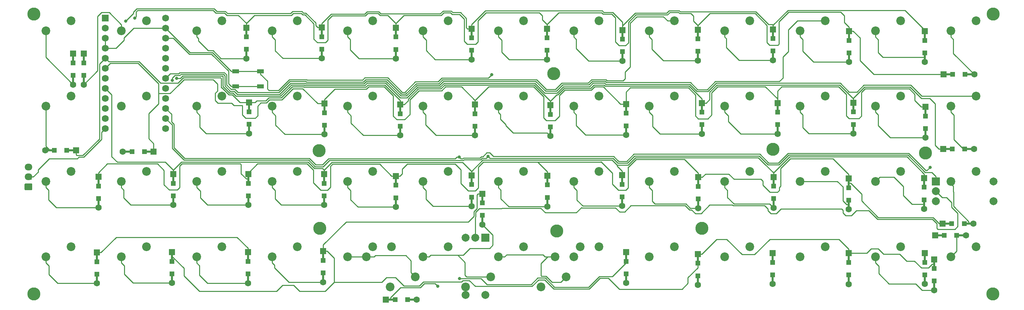
<source format=gbl>
G04 #@! TF.GenerationSoftware,KiCad,Pcbnew,(5.1.5-0-10_14)*
G04 #@! TF.CreationDate,2020-11-29T18:14:47+02:00*
G04 #@! TF.ProjectId,Louhi,4c6f7568-692e-46b6-9963-61645f706362,rev?*
G04 #@! TF.SameCoordinates,Original*
G04 #@! TF.FileFunction,Copper,L2,Bot*
G04 #@! TF.FilePolarity,Positive*
%FSLAX46Y46*%
G04 Gerber Fmt 4.6, Leading zero omitted, Abs format (unit mm)*
G04 Created by KiCad (PCBNEW (5.1.5-0-10_14)) date 2020-11-29 18:14:47*
%MOMM*%
%LPD*%
G04 APERTURE LIST*
%ADD10O,1.950000X1.700000*%
%ADD11C,0.100000*%
%ADD12C,3.300000*%
%ADD13C,2.200000*%
%ADD14R,0.500000X2.500000*%
%ADD15C,1.600000*%
%ADD16R,1.600000X1.600000*%
%ADD17R,1.200000X1.200000*%
%ADD18R,2.500000X0.500000*%
%ADD19R,1.700000X1.000000*%
%ADD20C,1.752600*%
%ADD21R,1.752600X1.752600*%
%ADD22R,2.000000X2.000000*%
%ADD23C,2.000000*%
%ADD24C,0.800000*%
%ADD25C,0.250000*%
G04 APERTURE END LIST*
D10*
X84490000Y-98910000D03*
X84490000Y-101410000D03*
G04 #@! TA.AperFunction,ComponentPad*
D11*
G36*
X85239504Y-103061204D02*
G01*
X85263773Y-103064804D01*
X85287571Y-103070765D01*
X85310671Y-103079030D01*
X85332849Y-103089520D01*
X85353893Y-103102133D01*
X85373598Y-103116747D01*
X85391777Y-103133223D01*
X85408253Y-103151402D01*
X85422867Y-103171107D01*
X85435480Y-103192151D01*
X85445970Y-103214329D01*
X85454235Y-103237429D01*
X85460196Y-103261227D01*
X85463796Y-103285496D01*
X85465000Y-103310000D01*
X85465000Y-104510000D01*
X85463796Y-104534504D01*
X85460196Y-104558773D01*
X85454235Y-104582571D01*
X85445970Y-104605671D01*
X85435480Y-104627849D01*
X85422867Y-104648893D01*
X85408253Y-104668598D01*
X85391777Y-104686777D01*
X85373598Y-104703253D01*
X85353893Y-104717867D01*
X85332849Y-104730480D01*
X85310671Y-104740970D01*
X85287571Y-104749235D01*
X85263773Y-104755196D01*
X85239504Y-104758796D01*
X85215000Y-104760000D01*
X83765000Y-104760000D01*
X83740496Y-104758796D01*
X83716227Y-104755196D01*
X83692429Y-104749235D01*
X83669329Y-104740970D01*
X83647151Y-104730480D01*
X83626107Y-104717867D01*
X83606402Y-104703253D01*
X83588223Y-104686777D01*
X83571747Y-104668598D01*
X83557133Y-104648893D01*
X83544520Y-104627849D01*
X83534030Y-104605671D01*
X83525765Y-104582571D01*
X83519804Y-104558773D01*
X83516204Y-104534504D01*
X83515000Y-104510000D01*
X83515000Y-103310000D01*
X83516204Y-103285496D01*
X83519804Y-103261227D01*
X83525765Y-103237429D01*
X83534030Y-103214329D01*
X83544520Y-103192151D01*
X83557133Y-103171107D01*
X83571747Y-103151402D01*
X83588223Y-103133223D01*
X83606402Y-103116747D01*
X83626107Y-103102133D01*
X83647151Y-103089520D01*
X83669329Y-103079030D01*
X83692429Y-103070765D01*
X83716227Y-103064804D01*
X83740496Y-103061204D01*
X83765000Y-103060000D01*
X85215000Y-103060000D01*
X85239504Y-103061204D01*
G37*
G04 #@! TD.AperFunction*
D12*
X272530000Y-94440000D03*
X217960000Y-115100000D03*
X158050000Y-114450000D03*
X311110000Y-95320000D03*
X254560000Y-114420000D03*
X217200000Y-75290000D03*
X157920000Y-94760000D03*
X328100000Y-131020000D03*
X328180000Y-60250000D03*
X85880000Y-131000000D03*
X85860000Y-60200000D03*
D13*
X127000000Y-83502500D03*
X133350000Y-80962500D03*
X146050000Y-83502500D03*
X152400000Y-80962500D03*
D14*
X291660000Y-127315000D03*
X291660000Y-121915000D03*
D15*
X291660000Y-128515000D03*
D16*
X291660000Y-120715000D03*
D17*
X291660000Y-123040000D03*
X291660000Y-126190000D03*
D13*
X107950000Y-64452500D03*
X114300000Y-61912500D03*
D14*
X199110000Y-112260000D03*
X199110000Y-106860000D03*
D15*
X199110000Y-113460000D03*
D16*
X199110000Y-105660000D03*
D17*
X199110000Y-107985000D03*
X199110000Y-111135000D03*
D14*
X95780000Y-76850000D03*
X95780000Y-71450000D03*
D15*
X95780000Y-78050000D03*
D16*
X95780000Y-70250000D03*
D17*
X95780000Y-72575000D03*
X95780000Y-75725000D03*
D14*
X98470000Y-76850000D03*
X98470000Y-71450000D03*
D15*
X98470000Y-78050000D03*
D16*
X98470000Y-70250000D03*
D17*
X98470000Y-72575000D03*
X98470000Y-75725000D03*
D14*
X139510000Y-70260000D03*
X139510000Y-64860000D03*
D15*
X139510000Y-71460000D03*
D16*
X139510000Y-63660000D03*
D17*
X139510000Y-65985000D03*
X139510000Y-69135000D03*
D14*
X158610000Y-70225000D03*
X158610000Y-64825000D03*
D15*
X158610000Y-71425000D03*
D16*
X158610000Y-63625000D03*
D17*
X158610000Y-65950000D03*
X158610000Y-69100000D03*
D14*
X177310000Y-70280000D03*
X177310000Y-64880000D03*
D15*
X177310000Y-71480000D03*
D16*
X177310000Y-63680000D03*
D17*
X177310000Y-66005000D03*
X177310000Y-69155000D03*
D14*
X196420000Y-70525000D03*
X196420000Y-65125000D03*
D15*
X196420000Y-71725000D03*
D16*
X196420000Y-63925000D03*
D17*
X196420000Y-66250000D03*
X196420000Y-69400000D03*
D14*
X215460000Y-70510000D03*
X215460000Y-65110000D03*
D15*
X215460000Y-71710000D03*
D16*
X215460000Y-63910000D03*
D17*
X215460000Y-66235000D03*
X215460000Y-69385000D03*
D14*
X234510000Y-70850000D03*
X234510000Y-65450000D03*
D15*
X234510000Y-72050000D03*
D16*
X234510000Y-64250000D03*
D17*
X234510000Y-66575000D03*
X234510000Y-69725000D03*
D14*
X253600000Y-70770000D03*
X253600000Y-65370000D03*
D15*
X253600000Y-71970000D03*
D16*
X253600000Y-64170000D03*
D17*
X253600000Y-66495000D03*
X253600000Y-69645000D03*
D14*
X272580000Y-70680000D03*
X272580000Y-65280000D03*
D15*
X272580000Y-71880000D03*
D16*
X272580000Y-64080000D03*
D17*
X272580000Y-66405000D03*
X272580000Y-69555000D03*
D14*
X291760000Y-71150000D03*
X291760000Y-65750000D03*
D15*
X291760000Y-72350000D03*
D16*
X291760000Y-64550000D03*
D17*
X291760000Y-66875000D03*
X291760000Y-70025000D03*
D14*
X310860000Y-71160000D03*
X310860000Y-65760000D03*
D15*
X310860000Y-72360000D03*
D16*
X310860000Y-64560000D03*
D17*
X310860000Y-66885000D03*
X310860000Y-70035000D03*
D18*
X322200000Y-75440000D03*
X316800000Y-75440000D03*
D15*
X323400000Y-75440000D03*
D16*
X315600000Y-75440000D03*
D17*
X317925000Y-75440000D03*
X321075000Y-75440000D03*
D18*
X89900000Y-94690000D03*
X95300000Y-94690000D03*
D15*
X88700000Y-94690000D03*
D16*
X96500000Y-94690000D03*
D17*
X94175000Y-94690000D03*
X91025000Y-94690000D03*
D18*
X109510000Y-95000000D03*
X114910000Y-95000000D03*
D15*
X108310000Y-95000000D03*
D16*
X116110000Y-95000000D03*
D17*
X113785000Y-95000000D03*
X110635000Y-95000000D03*
D14*
X140220000Y-89210000D03*
X140220000Y-83810000D03*
D15*
X140220000Y-90410000D03*
D16*
X140220000Y-82610000D03*
D17*
X140220000Y-84935000D03*
X140220000Y-88085000D03*
D14*
X159270000Y-89450000D03*
X159270000Y-84050000D03*
D15*
X159270000Y-90650000D03*
D16*
X159270000Y-82850000D03*
D17*
X159270000Y-85175000D03*
X159270000Y-88325000D03*
D14*
X178400000Y-89690000D03*
X178400000Y-84290000D03*
D15*
X178400000Y-90890000D03*
D16*
X178400000Y-83090000D03*
D17*
X178400000Y-85415000D03*
X178400000Y-88565000D03*
D14*
X197290000Y-89690000D03*
X197290000Y-84290000D03*
D15*
X197290000Y-90890000D03*
D16*
X197290000Y-83090000D03*
D17*
X197290000Y-85415000D03*
X197290000Y-88565000D03*
D14*
X216320000Y-89880000D03*
X216320000Y-84480000D03*
D15*
X216320000Y-91080000D03*
D16*
X216320000Y-83280000D03*
D17*
X216320000Y-85605000D03*
X216320000Y-88755000D03*
D14*
X235430000Y-89600000D03*
X235430000Y-84200000D03*
D15*
X235430000Y-90800000D03*
D16*
X235430000Y-83000000D03*
D17*
X235430000Y-85325000D03*
X235430000Y-88475000D03*
D14*
X254610000Y-89325000D03*
X254610000Y-83925000D03*
D15*
X254610000Y-90525000D03*
D16*
X254610000Y-82725000D03*
D17*
X254610000Y-85050000D03*
X254610000Y-88200000D03*
D14*
X273720000Y-89320000D03*
X273720000Y-83920000D03*
D15*
X273720000Y-90520000D03*
D16*
X273720000Y-82720000D03*
D17*
X273720000Y-85045000D03*
X273720000Y-88195000D03*
D14*
X292830000Y-89260000D03*
X292830000Y-83860000D03*
D15*
X292830000Y-90460000D03*
D16*
X292830000Y-82660000D03*
D17*
X292830000Y-84985000D03*
X292830000Y-88135000D03*
D14*
X311060000Y-90290000D03*
X311060000Y-84890000D03*
D15*
X311060000Y-91490000D03*
D16*
X311060000Y-83690000D03*
D17*
X311060000Y-86015000D03*
X311060000Y-89165000D03*
D18*
X322130000Y-94380000D03*
X316730000Y-94380000D03*
D15*
X323330000Y-94380000D03*
D16*
X315530000Y-94380000D03*
D17*
X317855000Y-94380000D03*
X321005000Y-94380000D03*
D14*
X102160000Y-108000000D03*
X102160000Y-102600000D03*
D15*
X102160000Y-109200000D03*
D16*
X102160000Y-101400000D03*
D17*
X102160000Y-103725000D03*
X102160000Y-106875000D03*
D14*
X121050000Y-107310000D03*
X121050000Y-101910000D03*
D15*
X121050000Y-108510000D03*
D16*
X121050000Y-100710000D03*
D17*
X121050000Y-103035000D03*
X121050000Y-106185000D03*
D14*
X140030000Y-107310000D03*
X140030000Y-101910000D03*
D15*
X140030000Y-108510000D03*
D16*
X140030000Y-100710000D03*
D17*
X140030000Y-103035000D03*
X140030000Y-106185000D03*
D14*
X159180000Y-107310000D03*
X159180000Y-101910000D03*
D15*
X159180000Y-108510000D03*
D16*
X159180000Y-100710000D03*
D17*
X159180000Y-103035000D03*
X159180000Y-106185000D03*
D14*
X177280000Y-107790000D03*
X177280000Y-102390000D03*
D15*
X177280000Y-108990000D03*
D16*
X177280000Y-101190000D03*
D17*
X177280000Y-103515000D03*
X177280000Y-106665000D03*
D14*
X196430000Y-107630000D03*
X196430000Y-102230000D03*
D15*
X196430000Y-108830000D03*
D16*
X196430000Y-101030000D03*
D17*
X196430000Y-103355000D03*
X196430000Y-106505000D03*
D14*
X215530000Y-107710000D03*
X215530000Y-102310000D03*
D15*
X215530000Y-108910000D03*
D16*
X215530000Y-101110000D03*
D17*
X215530000Y-103435000D03*
X215530000Y-106585000D03*
D14*
X234440000Y-107560000D03*
X234440000Y-102160000D03*
D15*
X234440000Y-108760000D03*
D16*
X234440000Y-100960000D03*
D17*
X234440000Y-103285000D03*
X234440000Y-106435000D03*
D14*
X253640000Y-108090000D03*
X253640000Y-102690000D03*
D15*
X253640000Y-109290000D03*
D16*
X253640000Y-101490000D03*
D17*
X253640000Y-103815000D03*
X253640000Y-106965000D03*
D14*
X272680000Y-108040000D03*
X272680000Y-102640000D03*
D15*
X272680000Y-109240000D03*
D16*
X272680000Y-101440000D03*
D17*
X272680000Y-103765000D03*
X272680000Y-106915000D03*
D14*
X291690000Y-108420000D03*
X291690000Y-103020000D03*
D15*
X291690000Y-109620000D03*
D16*
X291690000Y-101820000D03*
D17*
X291690000Y-104145000D03*
X291690000Y-107295000D03*
D14*
X310770000Y-108300000D03*
X310770000Y-102900000D03*
D15*
X310770000Y-109500000D03*
D16*
X310770000Y-101700000D03*
D17*
X310770000Y-104025000D03*
X310770000Y-107175000D03*
D18*
X321980000Y-113190000D03*
X316580000Y-113190000D03*
D15*
X323180000Y-113190000D03*
D16*
X315380000Y-113190000D03*
D17*
X317705000Y-113190000D03*
X320855000Y-113190000D03*
D14*
X101770000Y-127130000D03*
X101770000Y-121730000D03*
D15*
X101770000Y-128330000D03*
D16*
X101770000Y-120530000D03*
D17*
X101770000Y-122855000D03*
X101770000Y-126005000D03*
D14*
X120730000Y-127030000D03*
X120730000Y-121630000D03*
D15*
X120730000Y-128230000D03*
D16*
X120730000Y-120430000D03*
D17*
X120730000Y-122755000D03*
X120730000Y-125905000D03*
D14*
X139920000Y-127055000D03*
X139920000Y-121655000D03*
D15*
X139920000Y-128255000D03*
D16*
X139920000Y-120455000D03*
D17*
X139920000Y-122780000D03*
X139920000Y-125930000D03*
D14*
X158920000Y-126800000D03*
X158920000Y-121400000D03*
D15*
X158920000Y-128000000D03*
D16*
X158920000Y-120200000D03*
D17*
X158920000Y-122525000D03*
X158920000Y-125675000D03*
D18*
X181360000Y-132400000D03*
X175960000Y-132400000D03*
D15*
X182560000Y-132400000D03*
D16*
X174760000Y-132400000D03*
D17*
X177085000Y-132400000D03*
X180235000Y-132400000D03*
D14*
X235450000Y-127025000D03*
X235450000Y-121625000D03*
D15*
X235450000Y-128225000D03*
D16*
X235450000Y-120425000D03*
D17*
X235450000Y-122750000D03*
X235450000Y-125900000D03*
D14*
X253560000Y-127530000D03*
X253560000Y-122130000D03*
D15*
X253560000Y-128730000D03*
D16*
X253560000Y-120930000D03*
D17*
X253560000Y-123255000D03*
X253560000Y-126405000D03*
D14*
X272490000Y-127300000D03*
X272490000Y-121900000D03*
D15*
X272490000Y-128500000D03*
D16*
X272490000Y-120700000D03*
D17*
X272490000Y-123025000D03*
X272490000Y-126175000D03*
D14*
X310880000Y-127290000D03*
X310880000Y-121890000D03*
D15*
X310880000Y-128490000D03*
D16*
X310880000Y-120690000D03*
D17*
X310880000Y-123015000D03*
X310880000Y-126165000D03*
D14*
X313300000Y-128840000D03*
X313300000Y-123440000D03*
D15*
X313300000Y-130040000D03*
D16*
X313300000Y-122240000D03*
D17*
X313300000Y-124565000D03*
X313300000Y-127715000D03*
D19*
X143104000Y-74681000D03*
X136804000Y-74681000D03*
X143104000Y-78481000D03*
X136804000Y-78481000D03*
D20*
X119151000Y-61214000D03*
X103911000Y-89154000D03*
X119151000Y-63754000D03*
X119151000Y-66294000D03*
X119151000Y-68834000D03*
X119151000Y-71374000D03*
X119151000Y-73914000D03*
X119151000Y-76454000D03*
X119151000Y-78994000D03*
X119151000Y-81534000D03*
X119151000Y-84074000D03*
X119151000Y-86614000D03*
X119151000Y-89154000D03*
X103911000Y-86614000D03*
X103911000Y-84074000D03*
X103911000Y-81534000D03*
X103911000Y-78994000D03*
X103911000Y-76454000D03*
X103911000Y-73914000D03*
X103911000Y-71374000D03*
X103911000Y-68834000D03*
X103911000Y-66294000D03*
X103911000Y-63754000D03*
D21*
X103911000Y-61214000D03*
D18*
X320100000Y-116160000D03*
X314700000Y-116160000D03*
D15*
X321300000Y-116160000D03*
D16*
X313500000Y-116160000D03*
D17*
X315825000Y-116160000D03*
X318975000Y-116160000D03*
D13*
X88900000Y-64452500D03*
X95250000Y-61912500D03*
X127000000Y-64452500D03*
X133350000Y-61912500D03*
X146050000Y-64452500D03*
X152400000Y-61912500D03*
X165100000Y-64452500D03*
X171450000Y-61912500D03*
X184150000Y-64452500D03*
X190500000Y-61912500D03*
X203200000Y-64452500D03*
X209550000Y-61912500D03*
X222250000Y-64452500D03*
X228600000Y-61912500D03*
X241300000Y-64452500D03*
X247650000Y-61912500D03*
X260350000Y-64452500D03*
X266700000Y-61912500D03*
X279400000Y-64452500D03*
X285750000Y-61912500D03*
X298450000Y-64452500D03*
X304800000Y-61912500D03*
X88900000Y-83502500D03*
X95250000Y-80962500D03*
X107950000Y-83502500D03*
X114300000Y-80962500D03*
X165100000Y-83502500D03*
X171450000Y-80962500D03*
X184150000Y-83502500D03*
X190500000Y-80962500D03*
X203200000Y-83502500D03*
X209550000Y-80962500D03*
X222250000Y-83502500D03*
X228600000Y-80962500D03*
X241300000Y-83502500D03*
X247650000Y-80962500D03*
X260350000Y-83502500D03*
X266700000Y-80962500D03*
X279400000Y-83502500D03*
X285750000Y-80962500D03*
X298450000Y-83502500D03*
X304800000Y-80962500D03*
X88900000Y-102552500D03*
X95250000Y-100012500D03*
X107950000Y-102552000D03*
X114300000Y-100012000D03*
X127000000Y-102552000D03*
X133350000Y-100012000D03*
X146050000Y-102552000D03*
X152400000Y-100012000D03*
X165100000Y-102552000D03*
X171450000Y-100012000D03*
X184150000Y-102552000D03*
X190500000Y-100012000D03*
X203200000Y-102552000D03*
X209550000Y-100012000D03*
X222250000Y-102552000D03*
X228600000Y-100012000D03*
X241300000Y-102552000D03*
X247650000Y-100012000D03*
X260350000Y-102552000D03*
X266700000Y-100012000D03*
X279400000Y-102552000D03*
X285750000Y-100012000D03*
X298450000Y-102552000D03*
X304800000Y-100012000D03*
X88900000Y-121602000D03*
X95250000Y-119062000D03*
X107950000Y-121602000D03*
X114300000Y-119062000D03*
X127000000Y-121602000D03*
X133350000Y-119062000D03*
X146050000Y-121602000D03*
X152400000Y-119062000D03*
X222250000Y-121602500D03*
X228600000Y-119062500D03*
X241300000Y-121602500D03*
X247650000Y-119062500D03*
X260350000Y-121602000D03*
X266700000Y-119062000D03*
X279400000Y-121602500D03*
X285750000Y-119062500D03*
X298450000Y-121602500D03*
X304800000Y-119062500D03*
X317500000Y-121602500D03*
X323850000Y-119062500D03*
X169862500Y-121602500D03*
X176212500Y-119062500D03*
X165100000Y-121602000D03*
X171450000Y-119062000D03*
X182230000Y-126720000D03*
X175880000Y-129260000D03*
X184150000Y-121602500D03*
X190500000Y-119062500D03*
X201290000Y-126710000D03*
X194940000Y-129250000D03*
X217487500Y-121602500D03*
X223837500Y-119062500D03*
X203200000Y-121602500D03*
X209550000Y-119062500D03*
X220340000Y-126690000D03*
X213990000Y-129230000D03*
X317500000Y-64452500D03*
X323850000Y-61912500D03*
X317500000Y-83502500D03*
X323850000Y-80962500D03*
X317500000Y-102552500D03*
X323850000Y-100012500D03*
D22*
X313730000Y-102540000D03*
D23*
X313730000Y-105040000D03*
X313730000Y-107540000D03*
X328230000Y-102540000D03*
X328230000Y-107540000D03*
D22*
X199890000Y-116770000D03*
D23*
X197390000Y-116770000D03*
X194890000Y-116770000D03*
X199890000Y-131270000D03*
X194890000Y-131270000D03*
D24*
X111320000Y-61220000D03*
X109020000Y-61970000D03*
X187860000Y-129030000D03*
X193350000Y-127130000D03*
X201470000Y-75520000D03*
X120857971Y-76955000D03*
X121910000Y-76480000D03*
X193300000Y-96390000D03*
X312220000Y-99010000D03*
X200600000Y-96200000D03*
D25*
X88900000Y-71170000D02*
X95780000Y-78050000D01*
X88900000Y-64452500D02*
X88900000Y-71170000D01*
X98470000Y-78050000D02*
X101970000Y-74550000D01*
X101970000Y-60817398D02*
X102957398Y-59830000D01*
X101970000Y-74550000D02*
X101970000Y-60817398D01*
X107950000Y-62896866D02*
X107950000Y-64452500D01*
X104883134Y-59830000D02*
X107950000Y-62896866D01*
X102957398Y-59830000D02*
X104883134Y-59830000D01*
X129846489Y-69469991D02*
X131129400Y-69469990D01*
X131129400Y-69469990D02*
X133119410Y-71460000D01*
X127390000Y-67013502D02*
X129846489Y-69469991D01*
X133119410Y-71460000D02*
X139510000Y-71460000D01*
X127000000Y-64452500D02*
X127000000Y-66008134D01*
X127390000Y-66398134D02*
X127000000Y-66008134D01*
X127390000Y-67013502D02*
X127390000Y-66398134D01*
X146050000Y-66008134D02*
X146810000Y-66768134D01*
X146050000Y-64452500D02*
X146050000Y-66008134D01*
X146810000Y-66768134D02*
X146810000Y-69500000D01*
X148735000Y-71425000D02*
X158610000Y-71425000D01*
X146810000Y-69500000D02*
X148735000Y-71425000D01*
X165100000Y-66008134D02*
X165780000Y-66688134D01*
X165100000Y-64452500D02*
X165100000Y-66008134D01*
X165780000Y-66688134D02*
X165780000Y-69310000D01*
X167950000Y-71480000D02*
X177310000Y-71480000D01*
X165780000Y-69310000D02*
X167950000Y-71480000D01*
X184150000Y-66008134D02*
X184970000Y-66828134D01*
X184150000Y-64452500D02*
X184150000Y-66008134D01*
X184970000Y-66828134D02*
X184970000Y-69490000D01*
X187205000Y-71725000D02*
X196420000Y-71725000D01*
X184970000Y-69490000D02*
X187205000Y-71725000D01*
X203200000Y-66008134D02*
X204050000Y-66858134D01*
X203200000Y-64452500D02*
X203200000Y-66008134D01*
X204050000Y-66858134D02*
X204050000Y-69880000D01*
X205880000Y-71710000D02*
X215460000Y-71710000D01*
X204050000Y-69880000D02*
X205880000Y-71710000D01*
X222250000Y-66008134D02*
X222880000Y-66638134D01*
X222250000Y-64452500D02*
X222250000Y-66008134D01*
X222880000Y-66638134D02*
X222880000Y-68950000D01*
X225980000Y-72050000D02*
X234510000Y-72050000D01*
X222880000Y-68950000D02*
X225980000Y-72050000D01*
X241300000Y-66008134D02*
X241960000Y-66668134D01*
X241300000Y-64452500D02*
X241300000Y-66008134D01*
X241960000Y-66668134D02*
X241960000Y-69110000D01*
X244820000Y-71970000D02*
X253600000Y-71970000D01*
X241960000Y-69110000D02*
X244820000Y-71970000D01*
X260350000Y-66008134D02*
X260790000Y-66448134D01*
X260350000Y-64452500D02*
X260350000Y-66008134D01*
X260790000Y-66448134D02*
X260790000Y-68680000D01*
X263990000Y-71880000D02*
X272580000Y-71880000D01*
X260790000Y-68680000D02*
X263990000Y-71880000D01*
X279400000Y-66008134D02*
X280090000Y-66698134D01*
X279400000Y-64452500D02*
X279400000Y-66008134D01*
X280090000Y-66698134D02*
X280090000Y-69640000D01*
X282800000Y-72350000D02*
X291760000Y-72350000D01*
X280090000Y-69640000D02*
X282800000Y-72350000D01*
X298450000Y-66008134D02*
X299150000Y-66708134D01*
X298450000Y-64452500D02*
X298450000Y-66008134D01*
X299150000Y-66708134D02*
X299150000Y-69980000D01*
X300330000Y-71160000D02*
X310860000Y-71160000D01*
X299150000Y-69980000D02*
X300330000Y-71160000D01*
X318130000Y-66638134D02*
X318130000Y-70170000D01*
X318130000Y-70170000D02*
X323400000Y-75440000D01*
X317500000Y-66008134D02*
X318130000Y-66638134D01*
X317500000Y-64452500D02*
X317500000Y-66008134D01*
X88900000Y-93690000D02*
X89900000Y-94690000D01*
X88900000Y-83502500D02*
X88900000Y-93690000D01*
X127000000Y-85058134D02*
X127800000Y-85858134D01*
X127000000Y-83502500D02*
X127000000Y-85058134D01*
X127800000Y-85858134D02*
X127800000Y-88800000D01*
X129410000Y-90410000D02*
X140220000Y-90410000D01*
X127800000Y-88800000D02*
X129410000Y-90410000D01*
X146050000Y-85058134D02*
X146940000Y-85948134D01*
X146050000Y-83502500D02*
X146050000Y-85058134D01*
X146940000Y-85948134D02*
X146940000Y-88360000D01*
X149230000Y-90650000D02*
X159270000Y-90650000D01*
X146940000Y-88360000D02*
X149230000Y-90650000D01*
X165100000Y-85058134D02*
X165990000Y-85948134D01*
X165100000Y-83502500D02*
X165100000Y-85058134D01*
X165990000Y-85948134D02*
X165990000Y-87800000D01*
X169080000Y-90890000D02*
X178400000Y-90890000D01*
X165990000Y-87800000D02*
X169080000Y-90890000D01*
X184150000Y-85058134D02*
X184840000Y-85748134D01*
X184150000Y-83502500D02*
X184150000Y-85058134D01*
X184840000Y-85748134D02*
X184840000Y-88270000D01*
X187460000Y-90890000D02*
X197290000Y-90890000D01*
X184840000Y-88270000D02*
X187460000Y-90890000D01*
X215520001Y-90280001D02*
X206970001Y-90280001D01*
X216320000Y-91080000D02*
X215520001Y-90280001D01*
X206970001Y-90280001D02*
X205070000Y-88380000D01*
X205070000Y-88380000D02*
X205070000Y-88170000D01*
X205070000Y-88170000D02*
X203720000Y-86820000D01*
X203720000Y-86820000D02*
X203720000Y-85650000D01*
X203200000Y-85130000D02*
X203200000Y-83502500D01*
X203720000Y-85650000D02*
X203200000Y-85130000D01*
X222250000Y-85058134D02*
X222880000Y-85688134D01*
X222250000Y-83502500D02*
X222250000Y-85058134D01*
X222880000Y-85688134D02*
X222880000Y-88450000D01*
X225230000Y-90800000D02*
X235430000Y-90800000D01*
X222880000Y-88450000D02*
X225230000Y-90800000D01*
X241300000Y-85058134D02*
X242140000Y-85898134D01*
X241300000Y-83502500D02*
X241300000Y-85058134D01*
X242140000Y-85898134D02*
X242140000Y-88660000D01*
X244005000Y-90525000D02*
X254610000Y-90525000D01*
X242140000Y-88660000D02*
X244005000Y-90525000D01*
X264390000Y-90520000D02*
X273720000Y-90520000D01*
X261280000Y-87410000D02*
X264390000Y-90520000D01*
X261280000Y-85988134D02*
X261280000Y-87410000D01*
X260350000Y-85058134D02*
X261280000Y-85988134D01*
X260350000Y-83502500D02*
X260350000Y-85058134D01*
X279400000Y-85058134D02*
X280080000Y-85738134D01*
X279400000Y-83502500D02*
X279400000Y-85058134D01*
X280080000Y-85738134D02*
X280080000Y-88910000D01*
X281630000Y-90460000D02*
X292830000Y-90460000D01*
X280080000Y-88910000D02*
X281630000Y-90460000D01*
X298450000Y-85058134D02*
X299100000Y-85708134D01*
X298450000Y-83502500D02*
X298450000Y-85058134D01*
X299100000Y-85708134D02*
X299100000Y-88450000D01*
X302140000Y-91490000D02*
X311060000Y-91490000D01*
X299100000Y-88450000D02*
X302140000Y-91490000D01*
X88900000Y-104108134D02*
X89590000Y-104798134D01*
X88900000Y-102552500D02*
X88900000Y-104108134D01*
X89590000Y-104798134D02*
X89590000Y-107230000D01*
X91560000Y-109200000D02*
X102160000Y-109200000D01*
X89590000Y-107230000D02*
X91560000Y-109200000D01*
X107950000Y-104107634D02*
X108560000Y-104717634D01*
X107950000Y-102552000D02*
X107950000Y-104107634D01*
X108560000Y-104717634D02*
X108560000Y-106730000D01*
X110340000Y-108510000D02*
X121050000Y-108510000D01*
X108560000Y-106730000D02*
X110340000Y-108510000D01*
X127000000Y-104107634D02*
X127910000Y-105017634D01*
X127000000Y-102552000D02*
X127000000Y-104107634D01*
X127910000Y-105017634D02*
X127910000Y-106670000D01*
X129750000Y-108510000D02*
X140030000Y-108510000D01*
X127910000Y-106670000D02*
X129750000Y-108510000D01*
X146050000Y-104107634D02*
X146800000Y-104857634D01*
X146050000Y-102552000D02*
X146050000Y-104107634D01*
X146800000Y-104857634D02*
X146800000Y-106960000D01*
X148350000Y-108510000D02*
X159180000Y-108510000D01*
X146800000Y-106960000D02*
X148350000Y-108510000D01*
X165100000Y-104107634D02*
X165870000Y-104877634D01*
X165100000Y-102552000D02*
X165100000Y-104107634D01*
X165870000Y-104877634D02*
X165870000Y-107170000D01*
X167690000Y-108990000D02*
X177280000Y-108990000D01*
X165870000Y-107170000D02*
X167690000Y-108990000D01*
X184150000Y-104107634D02*
X184880000Y-104837634D01*
X184150000Y-102552000D02*
X184150000Y-104107634D01*
X184880000Y-104837634D02*
X184880000Y-107020000D01*
X186690000Y-108830000D02*
X196430000Y-108830000D01*
X184880000Y-107020000D02*
X186690000Y-108830000D01*
X203200000Y-104107634D02*
X203830000Y-104737634D01*
X203200000Y-102552000D02*
X203200000Y-104107634D01*
X203830000Y-104737634D02*
X203830000Y-106950000D01*
X205790000Y-108910000D02*
X215530000Y-108910000D01*
X203830000Y-106950000D02*
X205790000Y-108910000D01*
X222250000Y-104107634D02*
X223000000Y-104857634D01*
X222250000Y-102552000D02*
X222250000Y-104107634D01*
X223000000Y-104857634D02*
X223000000Y-107260000D01*
X224500000Y-108760000D02*
X234440000Y-108760000D01*
X223000000Y-107260000D02*
X224500000Y-108760000D01*
X241300000Y-104107634D02*
X242030000Y-104837634D01*
X241300000Y-102552000D02*
X241300000Y-104107634D01*
X242030000Y-104837634D02*
X242030000Y-107550000D01*
X242030000Y-107550000D02*
X242720000Y-108240000D01*
X242720000Y-108240000D02*
X250590000Y-108240000D01*
X251640000Y-109290000D02*
X253640000Y-109290000D01*
X250590000Y-108240000D02*
X251640000Y-109290000D01*
X260350000Y-104107634D02*
X261060000Y-104817634D01*
X260350000Y-102552000D02*
X260350000Y-104107634D01*
X261060000Y-104817634D02*
X261060000Y-106610000D01*
X261060000Y-106610000D02*
X262690000Y-108240000D01*
X271680000Y-108240000D02*
X272680000Y-109240000D01*
X262690000Y-108240000D02*
X271680000Y-108240000D01*
X279400000Y-102552000D02*
X288802000Y-102552000D01*
X288802000Y-102552000D02*
X290200000Y-103950000D01*
X291190000Y-108420000D02*
X291690000Y-108420000D01*
X290200000Y-107430000D02*
X291190000Y-108420000D01*
X290200000Y-103950000D02*
X290200000Y-107430000D01*
X299549999Y-101452001D02*
X303112001Y-101452001D01*
X298450000Y-102552000D02*
X299549999Y-101452001D01*
X303112001Y-101452001D02*
X305500000Y-103840000D01*
X305500000Y-103840000D02*
X305500000Y-106140000D01*
X307660000Y-108300000D02*
X310770000Y-108300000D01*
X305500000Y-106140000D02*
X307660000Y-108300000D01*
X321980000Y-112690000D02*
X318150000Y-108860000D01*
X321980000Y-113190000D02*
X321980000Y-112690000D01*
X318150000Y-108860000D02*
X318150000Y-105160000D01*
X318150000Y-105160000D02*
X318130000Y-105140000D01*
X318130000Y-105140000D02*
X318130000Y-103770000D01*
X317500000Y-103140000D02*
X317500000Y-102552500D01*
X318130000Y-103770000D02*
X317500000Y-103140000D01*
X88900000Y-123157634D02*
X89670000Y-123927634D01*
X88900000Y-121602000D02*
X88900000Y-123157634D01*
X89670000Y-123927634D02*
X89670000Y-126100000D01*
X91900000Y-128330000D02*
X101770000Y-128330000D01*
X89670000Y-126100000D02*
X91900000Y-128330000D01*
X107950000Y-123157634D02*
X108700000Y-123907634D01*
X107950000Y-121602000D02*
X107950000Y-123157634D01*
X108700000Y-123907634D02*
X108700000Y-126020000D01*
X110910000Y-128230000D02*
X120730000Y-128230000D01*
X108700000Y-126020000D02*
X110910000Y-128230000D01*
X127000000Y-123157634D02*
X127700000Y-123857634D01*
X127000000Y-121602000D02*
X127000000Y-123157634D01*
X127700000Y-123857634D02*
X127700000Y-126270000D01*
X129685000Y-128255000D02*
X139920000Y-128255000D01*
X127700000Y-126270000D02*
X129685000Y-128255000D01*
X146640000Y-124363002D02*
X150276998Y-128000000D01*
X150276998Y-128000000D02*
X158920000Y-128000000D01*
X146050000Y-123157634D02*
X146640000Y-123747634D01*
X146640000Y-123747634D02*
X146640000Y-124363002D01*
X146050000Y-121602000D02*
X146050000Y-123157634D01*
X310240000Y-130040000D02*
X313300000Y-130040000D01*
X308650000Y-128450000D02*
X310240000Y-130040000D01*
X299260000Y-125880000D02*
X301830000Y-128450000D01*
X298450000Y-121602500D02*
X298450000Y-123158134D01*
X301830000Y-128450000D02*
X308650000Y-128450000D01*
X299260000Y-123968134D02*
X299260000Y-125880000D01*
X298450000Y-123158134D02*
X299260000Y-123968134D01*
X321300000Y-116160000D02*
X318975000Y-116160000D01*
X318975000Y-120127500D02*
X317500000Y-121602500D01*
X318975000Y-116160000D02*
X318975000Y-120127500D01*
X169862000Y-121602000D02*
X169862500Y-121602500D01*
X165100000Y-121602000D02*
X169862000Y-121602000D01*
X181130001Y-125620001D02*
X181130001Y-122620001D01*
X182230000Y-126720000D02*
X181130001Y-125620001D01*
X181130001Y-122620001D02*
X179810000Y-121300000D01*
X179810000Y-121300000D02*
X172120000Y-121300000D01*
X171817500Y-121602500D02*
X169862500Y-121602500D01*
X172120000Y-121300000D02*
X171817500Y-121602500D01*
X253600000Y-63120000D02*
X253600000Y-64170000D01*
X256630000Y-60090000D02*
X253600000Y-63120000D01*
X268050000Y-60090000D02*
X256630000Y-60090000D01*
X271020000Y-63060000D02*
X268050000Y-60090000D01*
X271020000Y-67420000D02*
X271020000Y-63060000D01*
X273800000Y-68070000D02*
X271670000Y-68070000D01*
X274100000Y-62146410D02*
X274100000Y-67770000D01*
X276506400Y-59740010D02*
X274100000Y-62146410D01*
X271670000Y-68070000D02*
X271020000Y-67420000D01*
X274100000Y-67770000D02*
X273800000Y-68070000D01*
X290600000Y-62340000D02*
X290600000Y-60650000D01*
X289690010Y-59740010D02*
X276506400Y-59740010D01*
X290600000Y-60650000D02*
X289690010Y-59740010D01*
X291760000Y-63500000D02*
X290600000Y-62340000D01*
X291760000Y-64550000D02*
X291760000Y-63500000D01*
X294530000Y-66270000D02*
X294530000Y-71970000D01*
X298000000Y-75440000D02*
X315600000Y-75440000D01*
X294530000Y-71970000D02*
X298000000Y-75440000D01*
X292810000Y-64550000D02*
X294530000Y-66270000D01*
X291760000Y-64550000D02*
X292810000Y-64550000D01*
X215460000Y-62860000D02*
X215460000Y-63910000D01*
X229240000Y-59860000D02*
X218460000Y-59860000D01*
X229610000Y-60230000D02*
X229240000Y-59860000D01*
X231860000Y-60230000D02*
X229610000Y-60230000D01*
X233720000Y-68220000D02*
X232790000Y-67290000D01*
X248973609Y-60089999D02*
X248683620Y-59800010D01*
X236020000Y-62326410D02*
X236020000Y-67510000D01*
X236020000Y-67510000D02*
X235310000Y-68220000D01*
X218460000Y-59860000D02*
X215460000Y-62860000D01*
X235310000Y-68220000D02*
X233720000Y-68220000D01*
X245906400Y-60410010D02*
X237936400Y-60410010D01*
X232790000Y-61160000D02*
X231860000Y-60230000D01*
X246516400Y-59800010D02*
X245906400Y-60410010D01*
X248683620Y-59800010D02*
X246516400Y-59800010D01*
X237936400Y-60410010D02*
X236020000Y-62326410D01*
X251840000Y-60090000D02*
X248973609Y-60089999D01*
X252460000Y-61980000D02*
X252460000Y-60710000D01*
X253600000Y-63120000D02*
X252460000Y-61980000D01*
X232790000Y-67290000D02*
X232790000Y-61160000D01*
X252460000Y-60710000D02*
X251840000Y-60090000D01*
X215460000Y-62860000D02*
X214270000Y-61670000D01*
X214270000Y-60610000D02*
X213520000Y-59860000D01*
X214270000Y-61670000D02*
X214270000Y-60610000D01*
X213520000Y-59860000D02*
X200071410Y-59860000D01*
X200071410Y-59860000D02*
X198030000Y-61901410D01*
X198030000Y-61901410D02*
X198030000Y-67250000D01*
X198030000Y-67250000D02*
X197440000Y-67840000D01*
X197440000Y-67840000D02*
X195370000Y-67840000D01*
X195370000Y-67840000D02*
X194610000Y-67080000D01*
X194610000Y-67080000D02*
X194610000Y-61490000D01*
X194610000Y-61490000D02*
X193410000Y-60290000D01*
X193410000Y-60290000D02*
X191480000Y-60290000D01*
X191480000Y-60290000D02*
X191060000Y-59870000D01*
X191060000Y-59870000D02*
X189420000Y-59870000D01*
X189420000Y-59870000D02*
X188700000Y-60590000D01*
X177310000Y-62630000D02*
X177310000Y-63680000D01*
X179350000Y-60590000D02*
X177310000Y-62630000D01*
X188700000Y-60590000D02*
X179350000Y-60590000D01*
X173333609Y-60589999D02*
X172823620Y-60080010D01*
X175270000Y-60590000D02*
X173333609Y-60589999D01*
X177310000Y-62630000D02*
X175270000Y-60590000D01*
X170176400Y-60080010D02*
X169606400Y-60650010D01*
X172823620Y-60080010D02*
X170176400Y-60080010D01*
X169606400Y-60650010D02*
X161171400Y-60650010D01*
X161171400Y-60650010D02*
X160110000Y-61711410D01*
X160110000Y-61711410D02*
X160110000Y-66830000D01*
X160110000Y-66830000D02*
X159530000Y-67410000D01*
X159530000Y-67410000D02*
X157450000Y-67410000D01*
X157450000Y-67410000D02*
X156580000Y-66540000D01*
X156580000Y-66540000D02*
X156580000Y-62650000D01*
X156580000Y-62650000D02*
X154320000Y-60390000D01*
X154320000Y-60390000D02*
X153750000Y-60390000D01*
X153750000Y-60390000D02*
X153380000Y-60020000D01*
X153380000Y-60020000D02*
X151410000Y-60020000D01*
X151410000Y-60020000D02*
X150910000Y-60520000D01*
X139510000Y-62610000D02*
X139510000Y-63660000D01*
X141600000Y-60520000D02*
X139510000Y-62610000D01*
X150910000Y-60520000D02*
X141600000Y-60520000D01*
X111719999Y-59670001D02*
X112089990Y-59300010D01*
X111719999Y-60820001D02*
X111719999Y-59670001D01*
X111320000Y-61220000D02*
X111719999Y-60820001D01*
X131193600Y-59300010D02*
X131863600Y-59970010D01*
X112089990Y-59300010D02*
X131193600Y-59300010D01*
X134033600Y-59970010D02*
X134583590Y-60520000D01*
X131863600Y-59970010D02*
X134033600Y-59970010D01*
X134583590Y-60520000D02*
X137490000Y-60520000D01*
X139510000Y-62540000D02*
X139510000Y-63660000D01*
X137490000Y-60520000D02*
X139510000Y-62540000D01*
X310860000Y-64260000D02*
X305890000Y-59290000D01*
X310860000Y-65760000D02*
X310860000Y-64260000D01*
X276320000Y-59290000D02*
X272580000Y-63030000D01*
X272580000Y-63030000D02*
X272580000Y-64080000D01*
X305890000Y-59290000D02*
X276320000Y-59290000D01*
X272380000Y-62830000D02*
X271426410Y-62830000D01*
X272580000Y-63030000D02*
X272380000Y-62830000D01*
X271426410Y-62830000D02*
X268236400Y-59639990D01*
X268236400Y-59639990D02*
X249160010Y-59639990D01*
X249160010Y-59639990D02*
X248870020Y-59350000D01*
X248870020Y-59350000D02*
X246330000Y-59350000D01*
X246330000Y-59350000D02*
X245720000Y-59960000D01*
X234510000Y-63200000D02*
X234510000Y-64250000D01*
X237750000Y-59960000D02*
X234510000Y-63200000D01*
X245720000Y-59960000D02*
X237750000Y-59960000D01*
X234510000Y-62243590D02*
X232046400Y-59779990D01*
X234510000Y-64250000D02*
X234510000Y-62243590D01*
X229796400Y-59779990D02*
X229426400Y-59409990D01*
X232046400Y-59779990D02*
X229796400Y-59779990D01*
X199885010Y-59409990D02*
X196420000Y-62875000D01*
X196420000Y-62875000D02*
X196420000Y-63925000D01*
X229426400Y-59409990D02*
X199885010Y-59409990D01*
X195370000Y-63925000D02*
X195060010Y-63615010D01*
X196420000Y-63925000D02*
X195370000Y-63925000D01*
X195060009Y-61303599D02*
X193596400Y-59839990D01*
X195060010Y-63615010D02*
X195060009Y-61303599D01*
X191246400Y-59419990D02*
X189233599Y-59419991D01*
X191666400Y-59839990D02*
X191246400Y-59419990D01*
X193596400Y-59839990D02*
X191666400Y-59839990D01*
X189233599Y-59419991D02*
X188513600Y-60139990D01*
X188513600Y-60139990D02*
X173520010Y-60139990D01*
X173520010Y-60139990D02*
X173010020Y-59630000D01*
X173010020Y-59630000D02*
X169990000Y-59630000D01*
X169990000Y-59630000D02*
X169420000Y-60200000D01*
X158610000Y-62575000D02*
X158610000Y-63625000D01*
X160985000Y-60200000D02*
X158610000Y-62575000D01*
X169420000Y-60200000D02*
X160985000Y-60200000D01*
X157030010Y-63095010D02*
X157030009Y-62463599D01*
X157560000Y-63625000D02*
X157030010Y-63095010D01*
X158610000Y-63625000D02*
X157560000Y-63625000D01*
X154506400Y-59939990D02*
X153936400Y-59939990D01*
X157030009Y-62463599D02*
X154506400Y-59939990D01*
X153936400Y-59939990D02*
X153566400Y-59569990D01*
X151223599Y-59569991D02*
X150723600Y-60069990D01*
X153566400Y-59569990D02*
X151223599Y-59569991D01*
X150723600Y-60069990D02*
X134769990Y-60069990D01*
X134769990Y-60069990D02*
X134220000Y-59520000D01*
X134220000Y-59520000D02*
X132050000Y-59520000D01*
X110980000Y-60010000D02*
X109020000Y-61970000D01*
X110980000Y-60010000D02*
X110980000Y-59750000D01*
X110980000Y-59750000D02*
X111880000Y-58850000D01*
X131380000Y-58850000D02*
X132050000Y-59520000D01*
X111880000Y-58850000D02*
X131380000Y-58850000D01*
X96500000Y-95740000D02*
X96500000Y-94690000D01*
X96710000Y-95950000D02*
X96500000Y-95740000D01*
X102420010Y-91786506D02*
X98256516Y-95950000D01*
X102420010Y-72864990D02*
X102420010Y-91786506D01*
X98256516Y-95950000D02*
X96710000Y-95950000D01*
X103911000Y-71374000D02*
X102420010Y-72864990D01*
X179450000Y-83090000D02*
X180389990Y-82150010D01*
X180389990Y-82150010D02*
X180389991Y-81743599D01*
X178400000Y-83090000D02*
X179450000Y-83090000D01*
X180389991Y-81743599D02*
X182993600Y-79139990D01*
X188673600Y-79139990D02*
X189653600Y-78159990D01*
X182993600Y-79139990D02*
X188673600Y-79139990D01*
X216320000Y-82230000D02*
X216320000Y-83280000D01*
X212249990Y-78159990D02*
X216320000Y-82230000D01*
X189653600Y-78159990D02*
X212249990Y-78159990D01*
X217920000Y-80630000D02*
X218183590Y-80630000D01*
X216320000Y-82230000D02*
X217920000Y-80630000D01*
X218183590Y-80630000D02*
X219803600Y-79009990D01*
X226493600Y-79009990D02*
X227353590Y-78150000D01*
X219803600Y-79009990D02*
X226493600Y-79009990D01*
X227353590Y-78150000D02*
X229836410Y-78150000D01*
X229836410Y-78150000D02*
X230106410Y-78420000D01*
X254610000Y-81675000D02*
X254610000Y-82725000D01*
X251355000Y-78420000D02*
X254610000Y-81675000D01*
X230106410Y-78420000D02*
X251355000Y-78420000D01*
X256579991Y-79953599D02*
X258393600Y-78139990D01*
X255660000Y-82725000D02*
X256579990Y-81805010D01*
X256579990Y-81805010D02*
X256579991Y-79953599D01*
X254610000Y-82725000D02*
X255660000Y-82725000D01*
X292830000Y-81610000D02*
X292830000Y-82660000D01*
X289359990Y-78139990D02*
X292830000Y-81610000D01*
X258393600Y-78139990D02*
X289359990Y-78139990D01*
X292830000Y-81493590D02*
X295673600Y-78649990D01*
X292830000Y-82660000D02*
X292830000Y-81493590D01*
X295673600Y-78649990D02*
X303283600Y-78649990D01*
X310076410Y-81570000D02*
X312130000Y-81570000D01*
X312130000Y-81570000D02*
X313510000Y-82950000D01*
X314480000Y-94380000D02*
X315530000Y-94380000D01*
X313510000Y-93410000D02*
X314480000Y-94380000D01*
X313510000Y-82950000D02*
X313510000Y-93410000D01*
X141773590Y-82610000D02*
X140220000Y-82610000D01*
X142193600Y-82189990D02*
X141773590Y-82610000D01*
X148303600Y-81409990D02*
X145193600Y-81409990D01*
X144413600Y-82189990D02*
X142193600Y-82189990D01*
X169660000Y-78720000D02*
X154086410Y-78720000D01*
X153976401Y-78609991D02*
X151103600Y-78609990D01*
X154086410Y-78720000D02*
X153976401Y-78609991D01*
X151103600Y-78609990D02*
X148303600Y-81409990D01*
X174500000Y-78140000D02*
X170240000Y-78140000D01*
X145193600Y-81409990D02*
X144413600Y-82189990D01*
X170240000Y-78140000D02*
X169660000Y-78720000D01*
X178400000Y-82040000D02*
X174500000Y-78140000D01*
X178400000Y-83090000D02*
X178400000Y-82040000D01*
X104787299Y-72250299D02*
X103911000Y-71374000D01*
X112400299Y-72250299D02*
X104787299Y-72250299D01*
X117820009Y-77670009D02*
X117820009Y-77680000D01*
X112400299Y-72250299D02*
X117820009Y-77670009D01*
X137953590Y-82610000D02*
X140220000Y-82610000D01*
X133357970Y-78879202D02*
X135134799Y-80656031D01*
X133199972Y-76539972D02*
X133199972Y-78879202D01*
X133010010Y-76350010D02*
X133199972Y-76539972D01*
X123596400Y-76350010D02*
X133010010Y-76350010D01*
X135999621Y-80656031D02*
X137953590Y-82610000D01*
X117820010Y-77680000D02*
X122266410Y-77680000D01*
X122266410Y-77680000D02*
X123596400Y-76350010D01*
X135134799Y-80656031D02*
X135999621Y-80656031D01*
X133199972Y-78879202D02*
X133357970Y-78879202D01*
X117820009Y-77670009D02*
X117820010Y-77680000D01*
X307156401Y-78649991D02*
X310076410Y-81570000D01*
X303283600Y-78649990D02*
X307156401Y-78649991D01*
X114910000Y-91750000D02*
X116110000Y-92950000D01*
X116110000Y-92950000D02*
X116110000Y-95000000D01*
X114910000Y-85360000D02*
X114910000Y-91750000D01*
X103911000Y-73914000D02*
X105124691Y-72700309D01*
X117370000Y-82900000D02*
X114910000Y-85360000D01*
X112213899Y-72700309D02*
X117370000Y-77856410D01*
X105124691Y-72700309D02*
X112213899Y-72700309D01*
X117370000Y-77856410D02*
X117370000Y-80320000D01*
X117370000Y-80320000D02*
X117370000Y-82900000D01*
X193860000Y-78610000D02*
X197290000Y-82040000D01*
X188860000Y-79590000D02*
X189840000Y-78610000D01*
X180840000Y-81930000D02*
X183180000Y-79590000D01*
X197290000Y-82040000D02*
X197290000Y-83090000D01*
X159270000Y-81800000D02*
X161899991Y-79170009D01*
X179510000Y-86910000D02*
X180840000Y-85580000D01*
X176630000Y-80906410D02*
X176630000Y-86020000D01*
X169846400Y-79170010D02*
X170426400Y-78590010D01*
X177520000Y-86910000D02*
X179510000Y-86910000D01*
X174313600Y-78590010D02*
X176630000Y-80906410D01*
X189840000Y-78610000D02*
X193860000Y-78610000D01*
X180840000Y-85580000D02*
X180840000Y-81930000D01*
X176630000Y-86020000D02*
X177520000Y-86910000D01*
X161899991Y-79170009D02*
X169846400Y-79170010D01*
X183180000Y-79590000D02*
X188860000Y-79590000D01*
X170426400Y-78590010D02*
X174313600Y-78590010D01*
X159270000Y-82850000D02*
X159270000Y-81800000D01*
X197290000Y-82040000D02*
X200720000Y-78610000D01*
X200720000Y-78610000D02*
X212063590Y-78610000D01*
X212063590Y-78610000D02*
X214630000Y-81176410D01*
X214630000Y-81176410D02*
X214630000Y-86430000D01*
X214630000Y-86430000D02*
X215350000Y-87150000D01*
X215350000Y-87150000D02*
X217550000Y-87150000D01*
X217550000Y-87150000D02*
X218630000Y-86070000D01*
X218630000Y-86070000D02*
X218630000Y-80820000D01*
X218630000Y-80820000D02*
X219990000Y-79460000D01*
X219990000Y-79460000D02*
X226680000Y-79460000D01*
X226680000Y-79460000D02*
X227520000Y-78620000D01*
X227520000Y-78620000D02*
X229670000Y-78620000D01*
X234050000Y-83000000D02*
X235430000Y-83000000D01*
X229670000Y-78620000D02*
X234050000Y-83000000D01*
X273720000Y-81670000D02*
X273720000Y-82720000D01*
X270640000Y-78590000D02*
X273720000Y-81670000D01*
X257030000Y-80140000D02*
X258580000Y-78590000D01*
X257030000Y-85740000D02*
X257030000Y-80140000D01*
X253680000Y-86690000D02*
X256080000Y-86690000D01*
X256080000Y-86690000D02*
X257030000Y-85740000D01*
X252980000Y-85990000D02*
X253680000Y-86690000D01*
X258580000Y-78590000D02*
X270640000Y-78590000D01*
X235430000Y-83000000D02*
X235430000Y-79940000D01*
X252980000Y-80681410D02*
X252980000Y-85990000D01*
X236499990Y-78870010D02*
X251168600Y-78870010D01*
X251168600Y-78870010D02*
X252980000Y-80681410D01*
X235430000Y-79940000D02*
X236499990Y-78870010D01*
X157580000Y-82850000D02*
X159270000Y-82850000D01*
X148490000Y-81860000D02*
X151290000Y-79060000D01*
X145380000Y-81860000D02*
X148490000Y-81860000D01*
X122337291Y-78242709D02*
X122337291Y-78130010D01*
X141760000Y-86580000D02*
X142380000Y-85960000D01*
X144600000Y-82640000D02*
X145380000Y-81860000D01*
X138530000Y-83336410D02*
X138530000Y-85730000D01*
X153790000Y-79060000D02*
X157580000Y-82850000D01*
X136406410Y-83336410D02*
X138530000Y-83336410D01*
X131640000Y-80270000D02*
X131640000Y-82050000D01*
X135820000Y-82750000D02*
X136406410Y-83336410D01*
X139380000Y-86580000D02*
X141760000Y-86580000D01*
X132340000Y-82750000D02*
X135820000Y-82750000D01*
X117370000Y-80320000D02*
X120260000Y-80320000D01*
X138530000Y-85730000D02*
X139380000Y-86580000D01*
X120260000Y-80320000D02*
X122337291Y-78242709D01*
X132280000Y-79630000D02*
X131640000Y-80270000D01*
X151290000Y-79060000D02*
X153790000Y-79060000D01*
X131640000Y-82050000D02*
X132340000Y-82750000D01*
X122337291Y-78130010D02*
X122452811Y-78130009D01*
X122452811Y-78130009D02*
X123782800Y-76800020D01*
X123782800Y-76800020D02*
X131163610Y-76800020D01*
X131163610Y-76800020D02*
X132280000Y-77916410D01*
X132280000Y-77916410D02*
X132280000Y-79630000D01*
X144600000Y-82640000D02*
X143210000Y-82640000D01*
X142380000Y-83470000D02*
X142380000Y-85960000D01*
X143210000Y-82640000D02*
X142380000Y-83470000D01*
X308400000Y-82080000D02*
X310010000Y-83690000D01*
X310010000Y-83690000D02*
X311060000Y-83690000D01*
X308400000Y-80530000D02*
X308400000Y-82080000D01*
X306970000Y-79100000D02*
X308400000Y-80530000D01*
X294310000Y-86600000D02*
X294940000Y-85970000D01*
X291740000Y-86600000D02*
X294310000Y-86600000D01*
X294940000Y-85970000D02*
X294940000Y-80020000D01*
X291110000Y-85970000D02*
X291740000Y-86600000D01*
X274790000Y-78590000D02*
X289173590Y-78590000D01*
X289173590Y-78590000D02*
X291110000Y-80526410D01*
X273720000Y-82720000D02*
X273720000Y-79660000D01*
X295860000Y-79100000D02*
X306970000Y-79100000D01*
X291110000Y-80526410D02*
X291110000Y-85970000D01*
X294940000Y-80020000D02*
X295860000Y-79100000D01*
X273720000Y-79660000D02*
X274790000Y-78590000D01*
X292190000Y-103020000D02*
X294950000Y-105780000D01*
X291690000Y-103020000D02*
X292190000Y-103020000D01*
X294950000Y-105780000D02*
X294950000Y-107450000D01*
X294950000Y-107450000D02*
X299170000Y-111670000D01*
X299170000Y-111670000D02*
X313050000Y-111670000D01*
X315080000Y-113190000D02*
X316580000Y-113190000D01*
X314570000Y-113190000D02*
X315080000Y-113190000D01*
X313050000Y-111670000D02*
X314570000Y-113190000D01*
X291690000Y-100770000D02*
X287700010Y-96780010D01*
X287700010Y-96780010D02*
X276926400Y-96780010D01*
X291690000Y-101820000D02*
X291690000Y-100770000D01*
X276926400Y-96780010D02*
X274470000Y-99236410D01*
X274470000Y-103760002D02*
X274130000Y-104100002D01*
X274470000Y-99236410D02*
X274470000Y-103760002D01*
X274130000Y-104100002D02*
X274130000Y-104810000D01*
X274130000Y-104810000D02*
X273640000Y-105300000D01*
X273640000Y-105300000D02*
X271790000Y-105300000D01*
X271790000Y-105300000D02*
X269980000Y-103490000D01*
X269980000Y-103490000D02*
X269980000Y-102430000D01*
X269980000Y-102430000D02*
X269520000Y-101970000D01*
X269520000Y-101970000D02*
X262690000Y-101970000D01*
X262690000Y-101970000D02*
X261390000Y-100670000D01*
X254690000Y-101490000D02*
X253640000Y-101490000D01*
X255510000Y-100670000D02*
X254690000Y-101490000D01*
X261390000Y-100670000D02*
X255510000Y-100670000D01*
X237986400Y-97000010D02*
X235928205Y-99058205D01*
X250200010Y-97000010D02*
X237986400Y-97000010D01*
X253640000Y-100440000D02*
X250200010Y-97000010D01*
X253640000Y-101490000D02*
X253640000Y-100440000D01*
X235928205Y-99058205D02*
X235950000Y-99080000D01*
X235950000Y-99080000D02*
X235950000Y-104180000D01*
X235950000Y-104180000D02*
X235360000Y-104770000D01*
X235360000Y-104770000D02*
X233510000Y-104770000D01*
X231950000Y-100450000D02*
X229100010Y-97600010D01*
X231950000Y-103210000D02*
X231950000Y-100450000D01*
X233510000Y-104770000D02*
X231950000Y-103210000D01*
X199376410Y-97670000D02*
X198110000Y-98936410D01*
X198110000Y-98936410D02*
X198110000Y-104200000D01*
X198110000Y-104200000D02*
X197370000Y-104940000D01*
X197370000Y-104940000D02*
X195570000Y-104940000D01*
X195570000Y-104940000D02*
X193700000Y-103070000D01*
X193700000Y-103070000D02*
X193700000Y-99560000D01*
X193700000Y-99560000D02*
X192300000Y-98160000D01*
X192300000Y-98160000D02*
X180190000Y-98160000D01*
X180190000Y-98160000D02*
X178910000Y-99440000D01*
X178330000Y-101190000D02*
X177280000Y-101190000D01*
X178910000Y-100610000D02*
X178330000Y-101190000D01*
X178910000Y-99440000D02*
X178910000Y-100610000D01*
X176230000Y-101190000D02*
X173200000Y-98160000D01*
X177280000Y-101190000D02*
X176230000Y-101190000D01*
X173200000Y-98160000D02*
X161316410Y-98160000D01*
X161316410Y-98160000D02*
X160750000Y-98726410D01*
X160750000Y-98726410D02*
X160750000Y-104000000D01*
X160750000Y-104000000D02*
X160020000Y-104730000D01*
X159089998Y-104730000D02*
X159079998Y-104720000D01*
X160020000Y-104730000D02*
X159089998Y-104730000D01*
X159079998Y-104720000D02*
X158330000Y-104720000D01*
X158330000Y-104720000D02*
X156490000Y-102880000D01*
X156490000Y-102880000D02*
X156490000Y-99660000D01*
X156490000Y-99660000D02*
X154900000Y-98070000D01*
X140030000Y-100410000D02*
X140030000Y-101910000D01*
X142370000Y-98070000D02*
X140030000Y-100410000D01*
X154900000Y-98070000D02*
X142370000Y-98070000D01*
X102160000Y-100350000D02*
X102160000Y-101400000D01*
X104410000Y-98100000D02*
X102160000Y-100350000D01*
X118740000Y-99770000D02*
X117070000Y-98100000D01*
X138220000Y-100600000D02*
X138220000Y-98300000D01*
X122700000Y-104100000D02*
X122130000Y-104670000D01*
X120020000Y-104670000D02*
X118740000Y-103390000D01*
X122130000Y-104670000D02*
X120020000Y-104670000D01*
X122700000Y-98646410D02*
X122700000Y-104100000D01*
X123276410Y-98070000D02*
X122700000Y-98646410D01*
X117070000Y-98100000D02*
X104410000Y-98100000D01*
X138220000Y-98300000D02*
X137990000Y-98070000D01*
X139530000Y-101910000D02*
X138220000Y-100600000D01*
X140030000Y-101910000D02*
X139530000Y-101910000D01*
X137990000Y-98070000D02*
X123276410Y-98070000D01*
X118740000Y-103390000D02*
X118740000Y-99770000D01*
X202860000Y-97670000D02*
X202870000Y-97660000D01*
X199376410Y-97670000D02*
X202860000Y-97670000D01*
X215530000Y-100060000D02*
X215530000Y-101110000D01*
X213130000Y-97660000D02*
X215530000Y-100060000D01*
X202870000Y-97660000D02*
X213130000Y-97660000D01*
X229040020Y-97660000D02*
X229100010Y-97600010D01*
X213130000Y-97660000D02*
X229040020Y-97660000D01*
X310770000Y-100650000D02*
X306450000Y-96330000D01*
X310770000Y-101700000D02*
X310770000Y-100650000D01*
X276740000Y-96330000D02*
X272680000Y-100390000D01*
X272680000Y-100390000D02*
X272680000Y-101440000D01*
X306450000Y-96330000D02*
X276740000Y-96330000D01*
X196430000Y-99980000D02*
X196430000Y-101030000D01*
X159180000Y-99660000D02*
X159180000Y-100710000D01*
X161130010Y-97709990D02*
X159180000Y-99660000D01*
X194159990Y-97709990D02*
X161130010Y-97709990D01*
X196430000Y-99980000D02*
X194159990Y-97709990D01*
X155086400Y-97619990D02*
X123090010Y-97619990D01*
X156716410Y-99250000D02*
X155086400Y-97619990D01*
X158770000Y-99250000D02*
X156716410Y-99250000D01*
X123090010Y-97619990D02*
X121050000Y-99660000D01*
X159180000Y-99660000D02*
X158770000Y-99250000D01*
X105504999Y-80587999D02*
X105504999Y-96254999D01*
X105504999Y-96254999D02*
X106899990Y-97649990D01*
X103911000Y-78994000D02*
X105504999Y-80587999D01*
X121050000Y-99660000D02*
X121050000Y-100710000D01*
X119039990Y-97649990D02*
X121050000Y-99660000D01*
X106899990Y-97649990D02*
X119039990Y-97649990D01*
X270460000Y-98160000D02*
X270460000Y-98170000D01*
X268850000Y-96550000D02*
X270460000Y-98160000D01*
X237800000Y-96550000D02*
X268850000Y-96550000D01*
X233160000Y-98370000D02*
X235980000Y-98370000D01*
X270460000Y-98170000D02*
X272680000Y-100390000D01*
X235980000Y-98370000D02*
X237800000Y-96550000D01*
X231940000Y-97150000D02*
X233160000Y-98370000D01*
X199260000Y-97150000D02*
X231940000Y-97150000D01*
X196430000Y-99980000D02*
X199260000Y-97150000D01*
X233160000Y-98630000D02*
X233160000Y-98370000D01*
X234440000Y-99910000D02*
X233160000Y-98630000D01*
X234440000Y-100960000D02*
X234440000Y-99910000D01*
X102820000Y-120530000D02*
X106660000Y-116690000D01*
X101770000Y-120530000D02*
X102820000Y-120530000D01*
X139920000Y-119405000D02*
X139920000Y-120455000D01*
X137205000Y-116690000D02*
X139920000Y-119405000D01*
X106660000Y-116690000D02*
X137205000Y-116690000D01*
X183436400Y-129410010D02*
X184456400Y-128390010D01*
X178449990Y-129410010D02*
X183436400Y-129410010D01*
X175960000Y-131900000D02*
X178449990Y-129410010D01*
X175960000Y-132400000D02*
X175960000Y-131900000D01*
X187220010Y-128390010D02*
X187860000Y-129030000D01*
X184456400Y-128390010D02*
X187220010Y-128390010D01*
X231985000Y-126590000D02*
X235450000Y-123125000D01*
X225980000Y-129280000D02*
X228670000Y-126590000D01*
X215060000Y-126980000D02*
X217360000Y-129280000D01*
X217360000Y-129280000D02*
X225980000Y-129280000D01*
X213150000Y-126980000D02*
X215060000Y-126980000D01*
X235450000Y-123125000D02*
X235450000Y-121625000D01*
X211500000Y-128630000D02*
X213150000Y-126980000D01*
X200320000Y-128630000D02*
X211500000Y-128630000D01*
X198820000Y-127130000D02*
X200320000Y-128630000D01*
X228670000Y-126590000D02*
X231985000Y-126590000D01*
X193350000Y-127130000D02*
X198820000Y-127130000D01*
X120730000Y-121480000D02*
X123760000Y-124510000D01*
X120730000Y-120430000D02*
X120730000Y-121480000D01*
X123760000Y-124510000D02*
X123760000Y-126460000D01*
X123760000Y-126460000D02*
X127660000Y-130360000D01*
X159390000Y-130360000D02*
X161710000Y-128040000D01*
X161710000Y-121940000D02*
X159970000Y-120200000D01*
X159970000Y-120200000D02*
X158920000Y-120200000D01*
X161710000Y-128040000D02*
X161710000Y-121940000D01*
X254610000Y-120930000D02*
X258340000Y-117200000D01*
X253560000Y-120930000D02*
X254610000Y-120930000D01*
X291660000Y-119665000D02*
X291660000Y-120715000D01*
X289195000Y-117200000D02*
X291660000Y-119665000D01*
X313300000Y-122240000D02*
X313300000Y-124565000D01*
X313300000Y-123440000D02*
X313300000Y-124565000D01*
X312800000Y-123440000D02*
X311800000Y-124440000D01*
X313300000Y-123440000D02*
X312800000Y-123440000D01*
X311800000Y-124440000D02*
X310060000Y-124440000D01*
X310060000Y-124440000D02*
X308300000Y-122680000D01*
X308300000Y-122680000D02*
X306290000Y-122680000D01*
X306290000Y-122680000D02*
X304510000Y-120900000D01*
X304510000Y-120900000D02*
X300450000Y-120900000D01*
X300450000Y-120900000D02*
X299160000Y-119610000D01*
X299160000Y-119610000D02*
X297330000Y-119610000D01*
X296225000Y-120715000D02*
X291660000Y-120715000D01*
X297330000Y-119610000D02*
X296225000Y-120715000D01*
X198060000Y-105660000D02*
X197770000Y-105950000D01*
X199110000Y-105660000D02*
X198060000Y-105660000D01*
X195600000Y-112770000D02*
X164740000Y-112770000D01*
X158920000Y-118590000D02*
X158920000Y-120200000D01*
X164740000Y-112770000D02*
X158920000Y-118590000D01*
X253560000Y-124370000D02*
X253560000Y-122130000D01*
X251060000Y-128330000D02*
X251060000Y-126870000D01*
X249590000Y-129800000D02*
X251060000Y-128330000D01*
X251060000Y-126870000D02*
X253560000Y-124370000D01*
X233750000Y-129800000D02*
X249590000Y-129800000D01*
X230990010Y-127040010D02*
X233750000Y-129800000D01*
X217173600Y-129730010D02*
X226166401Y-129730009D01*
X214873600Y-127430010D02*
X217173600Y-129730010D01*
X211686401Y-129080009D02*
X213336400Y-127430010D01*
X195870000Y-127610000D02*
X197340009Y-129080009D01*
X184270000Y-127940000D02*
X193920000Y-127940000D01*
X183250000Y-128960000D02*
X184270000Y-127940000D01*
X226166401Y-129730009D02*
X228856400Y-127040010D01*
X177250000Y-126840000D02*
X179370000Y-128960000D01*
X179370000Y-128960000D02*
X183250000Y-128960000D01*
X228856400Y-127040010D02*
X230990010Y-127040010D01*
X161710000Y-128040000D02*
X173710000Y-128040000D01*
X197340009Y-129080009D02*
X211686401Y-129080009D01*
X193920000Y-127940000D02*
X194250000Y-127610000D01*
X174910000Y-126840000D02*
X177250000Y-126840000D01*
X213336400Y-127430010D02*
X214873600Y-127430010D01*
X194250000Y-127610000D02*
X195870000Y-127610000D01*
X173710000Y-128040000D02*
X174910000Y-126840000D01*
X197770000Y-105950000D02*
X197770000Y-109400000D01*
X197770000Y-109400000D02*
X196990000Y-110180000D01*
X196990000Y-111380000D02*
X195600000Y-112770000D01*
X196990000Y-110180000D02*
X196990000Y-111380000D01*
X159390000Y-130360000D02*
X152980000Y-130360000D01*
X152980000Y-130360000D02*
X151440000Y-128820000D01*
X151440000Y-128820000D02*
X148670000Y-128820000D01*
X147130000Y-130360000D02*
X127660000Y-130360000D01*
X148670000Y-128820000D02*
X147130000Y-130360000D01*
X258340000Y-117200000D02*
X260890000Y-117200000D01*
X260890000Y-117200000D02*
X264740000Y-121050000D01*
X264740000Y-121050000D02*
X267920000Y-121050000D01*
X271770000Y-117200000D02*
X289195000Y-117200000D01*
X267920000Y-121050000D02*
X271770000Y-117200000D01*
X204755634Y-121602500D02*
X205288134Y-121070000D01*
X203200000Y-121602500D02*
X204755634Y-121602500D01*
X205288134Y-121070000D02*
X214450000Y-121070000D01*
X214982500Y-121602500D02*
X217487500Y-121602500D01*
X214450000Y-121070000D02*
X214982500Y-121602500D01*
X218980000Y-128050000D02*
X220340000Y-126690000D01*
X216766410Y-128050000D02*
X218980000Y-128050000D01*
X215246401Y-126529991D02*
X216766410Y-128050000D01*
X214029990Y-126529990D02*
X215246401Y-126529991D01*
X213940000Y-126440000D02*
X214029990Y-126529990D01*
X213940000Y-123298998D02*
X213940000Y-126440000D01*
X215636498Y-121602500D02*
X213940000Y-123298998D01*
X217487500Y-121602500D02*
X215636498Y-121602500D01*
X84130000Y-101920000D02*
X85142000Y-101920000D01*
X85715000Y-101410000D02*
X84490000Y-101410000D01*
X86940000Y-100185000D02*
X85715000Y-101410000D01*
X86940000Y-99560000D02*
X86940000Y-100185000D01*
X89730000Y-96770000D02*
X86940000Y-99560000D01*
X98442917Y-96400009D02*
X97229990Y-96400010D01*
X102930000Y-91912926D02*
X98442917Y-96400009D01*
X96860000Y-96770000D02*
X89730000Y-96770000D01*
X97229990Y-96400010D02*
X96860000Y-96770000D01*
X102930000Y-90135000D02*
X102930000Y-91912926D01*
X103911000Y-89154000D02*
X102930000Y-90135000D01*
X111056000Y-63754000D02*
X108590000Y-66220000D01*
X106577502Y-68834000D02*
X103911000Y-68834000D01*
X108590000Y-66821502D02*
X106577502Y-68834000D01*
X108590000Y-66220000D02*
X108590000Y-66821502D01*
X103911000Y-68834000D02*
X103911000Y-66294000D01*
X135704000Y-74681000D02*
X130943000Y-69920000D01*
X136804000Y-74681000D02*
X135704000Y-74681000D01*
X125317000Y-69920000D02*
X119151000Y-63754000D01*
X130943000Y-69920000D02*
X125317000Y-69920000D01*
X136804000Y-74681000D02*
X143104000Y-74681000D01*
X119151000Y-63754000D02*
X111056000Y-63754000D01*
X143104000Y-75431000D02*
X144860000Y-77187000D01*
X143104000Y-74681000D02*
X143104000Y-75431000D01*
X147663590Y-79500000D02*
X150353637Y-76809953D01*
X144860000Y-79140000D02*
X145220000Y-79500000D01*
X145220000Y-79500000D02*
X147663590Y-79500000D01*
X144860000Y-77187000D02*
X144860000Y-79140000D01*
X154742773Y-76809953D02*
X154852780Y-76919960D01*
X150353637Y-76809953D02*
X154742773Y-76809953D01*
X154852780Y-76919960D02*
X168883630Y-76919960D01*
X169463628Y-76339964D02*
X175245601Y-76339963D01*
X168883630Y-76919960D02*
X169463628Y-76339964D01*
X178905629Y-79999990D02*
X179587962Y-79999990D01*
X175245601Y-76339963D02*
X178905629Y-79999990D01*
X179587962Y-79999990D02*
X182248000Y-77339954D01*
X187923636Y-77339954D02*
X188903638Y-76359952D01*
X182248000Y-77339954D02*
X187923636Y-77339954D01*
X188903638Y-76359952D02*
X200630048Y-76359952D01*
X200630048Y-76359952D02*
X201470000Y-75520000D01*
X317699990Y-109046400D02*
X317699990Y-107929990D01*
X262333590Y-108520000D02*
X262503600Y-108690010D01*
X318490000Y-114630000D02*
X319240000Y-113880000D01*
X224226795Y-109123205D02*
X224313600Y-109210010D01*
X314180000Y-114630000D02*
X318490000Y-114630000D01*
X270470010Y-108690010D02*
X271260000Y-109480000D01*
X313990000Y-114440000D02*
X314180000Y-114630000D01*
X313990000Y-113246410D02*
X313990000Y-114440000D01*
X312863600Y-112120010D02*
X313990000Y-113246410D01*
X293620000Y-109930000D02*
X296793590Y-109930000D01*
X290960000Y-111180000D02*
X292370000Y-111180000D01*
X236679990Y-108690010D02*
X250403600Y-108690010D01*
X222880000Y-110470000D02*
X224226795Y-109123205D01*
X233830000Y-110270000D02*
X235100000Y-110270000D01*
X319240000Y-110586410D02*
X317699990Y-109046400D01*
X298983600Y-112120010D02*
X312863600Y-112120010D01*
X290260000Y-110480000D02*
X290960000Y-111180000D01*
X290260000Y-109850000D02*
X290260000Y-110480000D01*
X289940000Y-109530000D02*
X290260000Y-109850000D01*
X274580000Y-109530000D02*
X289940000Y-109530000D01*
X272050000Y-110720000D02*
X273390000Y-110720000D01*
X271260000Y-109930000D02*
X272050000Y-110720000D01*
X273390000Y-110720000D02*
X274580000Y-109530000D01*
X296793590Y-109930000D02*
X298983600Y-112120010D01*
X197390000Y-111616410D02*
X197450000Y-111556410D01*
X256560000Y-108520000D02*
X262333590Y-108520000D01*
X262503600Y-108690010D02*
X270470010Y-108690010D01*
X197450000Y-111556410D02*
X197450000Y-110356410D01*
X252950000Y-110690000D02*
X254390000Y-110690000D01*
X197390000Y-116770000D02*
X197390000Y-111616410D01*
X252000010Y-109740010D02*
X252950000Y-110690000D01*
X251453600Y-109740010D02*
X252000010Y-109740010D01*
X319240000Y-113880000D02*
X319240000Y-110586410D01*
X315340000Y-106650000D02*
X313730000Y-105040000D01*
X317699990Y-107929990D02*
X316420000Y-106650000D01*
X224313600Y-109210010D02*
X232770010Y-109210010D01*
X250403600Y-108690010D02*
X251453600Y-109740010D01*
X215020000Y-110470000D02*
X222880000Y-110470000D01*
X213910010Y-109360010D02*
X215020000Y-110470000D01*
X254390000Y-110690000D02*
X256560000Y-108520000D01*
X271260000Y-109480000D02*
X271260000Y-109930000D01*
X197450000Y-110356410D02*
X198420000Y-109386410D01*
X204056410Y-109386410D02*
X204082810Y-109360010D01*
X292370000Y-111180000D02*
X293620000Y-109930000D01*
X198420000Y-109386410D02*
X204056410Y-109386410D01*
X232770010Y-109210010D02*
X233830000Y-110270000D01*
X316420000Y-106650000D02*
X315340000Y-106650000D01*
X235100000Y-110270000D02*
X236679990Y-108690010D01*
X204082810Y-109360010D02*
X213910010Y-109360010D01*
X133979980Y-74999980D02*
X122720020Y-74999980D01*
X134550000Y-75570000D02*
X133979980Y-74999980D01*
X134550000Y-78160000D02*
X134550000Y-75570000D01*
X135696001Y-79306001D02*
X134550000Y-78160000D01*
X147740038Y-80059962D02*
X137409962Y-80059962D01*
X150066903Y-77737459D02*
X150062541Y-77737459D01*
X154666380Y-77369970D02*
X154556372Y-77259962D01*
X169070030Y-77369970D02*
X154666380Y-77369970D01*
X169650027Y-76789973D02*
X169070030Y-77369970D01*
X154556372Y-77259962D02*
X150544400Y-77259962D01*
X238149980Y-60860020D02*
X236470010Y-62539990D01*
X188110038Y-77789962D02*
X182434399Y-77789963D01*
X137409962Y-80059962D02*
X136656001Y-79306001D01*
X212826372Y-76809962D02*
X189090038Y-76809962D01*
X215296381Y-79279971D02*
X212826372Y-76809962D01*
X217620029Y-79279971D02*
X215296381Y-79279971D01*
X150544400Y-77259962D02*
X150066903Y-77737459D01*
X189090038Y-76809962D02*
X188110038Y-77789962D01*
X178719230Y-80450000D02*
X175059200Y-76789972D01*
X218050000Y-78850000D02*
X217620029Y-79279971D01*
X120300011Y-75304989D02*
X119151000Y-76454000D01*
X218054362Y-78850000D02*
X218050000Y-78850000D01*
X219244400Y-77659962D02*
X218054362Y-78850000D01*
X230395610Y-76799972D02*
X226707209Y-76799971D01*
X175059200Y-76789972D02*
X169650027Y-76789973D01*
X230665610Y-77069970D02*
X230395610Y-76799972D01*
X234700030Y-77069970D02*
X230665610Y-77069970D01*
X235250000Y-76520000D02*
X234700030Y-77069970D01*
X235250000Y-74840000D02*
X235250000Y-76520000D01*
X236470010Y-73619990D02*
X235250000Y-74840000D01*
X122415011Y-75304989D02*
X120300011Y-75304989D01*
X136656001Y-79306001D02*
X135696001Y-79306001D01*
X179774362Y-80450000D02*
X178719230Y-80450000D01*
X150062541Y-77737459D02*
X147740038Y-80059962D01*
X226707209Y-76799971D02*
X225847218Y-77659962D01*
X122720020Y-74999980D02*
X122415011Y-75304989D01*
X236470010Y-62539990D02*
X236470010Y-73619990D01*
X225847218Y-77659962D02*
X219244400Y-77659962D01*
X244870020Y-60860020D02*
X238149980Y-60860020D01*
X182434399Y-77789963D02*
X179774362Y-80450000D01*
X245922500Y-61912500D02*
X244870020Y-60860020D01*
X247650000Y-61912500D02*
X245922500Y-61912500D01*
X285750000Y-61912500D02*
X278707500Y-61912500D01*
X278707500Y-61912500D02*
X276450000Y-64170000D01*
X276450000Y-69675002D02*
X275060000Y-71065002D01*
X276450000Y-64170000D02*
X276450000Y-69675002D01*
X275060000Y-76370000D02*
X274190028Y-77239972D01*
X275060000Y-71065002D02*
X275060000Y-76370000D01*
X274190028Y-77239972D02*
X258020798Y-77239973D01*
X255943581Y-79317190D02*
X253525010Y-79317190D01*
X258020798Y-77239973D02*
X255943581Y-79317190D01*
X253525010Y-79317190D02*
X251727800Y-77519980D01*
X234429980Y-77519980D02*
X234399980Y-77519980D01*
X251727800Y-77519980D02*
X234429980Y-77519980D01*
X230209211Y-77249981D02*
X230479210Y-77519980D01*
X226893610Y-77249980D02*
X230209211Y-77249981D01*
X226033618Y-78109972D02*
X226893610Y-77249980D01*
X219430800Y-78109972D02*
X226033618Y-78109972D01*
X212639972Y-77259972D02*
X215109981Y-79729981D01*
X188300798Y-78239972D02*
X189280800Y-77259972D01*
X179960770Y-80900000D02*
X182620800Y-78239972D01*
X215109981Y-79729981D02*
X217810789Y-79729981D01*
X169867200Y-77239982D02*
X174872801Y-77239981D01*
X178532820Y-80900000D02*
X179960770Y-80900000D01*
X154369972Y-77709972D02*
X154479980Y-77819980D01*
X189280800Y-77259972D02*
X212639972Y-77259972D01*
X144820799Y-80509971D02*
X147930800Y-80509970D01*
X169287200Y-77819980D02*
X169867200Y-77239982D01*
X150730800Y-77709972D02*
X154369972Y-77709972D01*
X230479210Y-77519980D02*
X234429980Y-77519980D01*
X217810789Y-79729981D02*
X219430800Y-78109972D01*
X154479980Y-77819980D02*
X169287200Y-77819980D01*
X174872801Y-77239981D02*
X178532820Y-80900000D01*
X182620800Y-78239972D02*
X188300798Y-78239972D01*
X147930800Y-80509970D02*
X150730800Y-77709972D01*
X134099991Y-78348403D02*
X135507599Y-79756011D01*
X134099990Y-75789990D02*
X134099991Y-78348403D01*
X133759990Y-75449990D02*
X134099990Y-75789990D01*
X122684999Y-75754999D02*
X122990008Y-75449990D01*
X136469601Y-79756011D02*
X137223562Y-80509972D01*
X121492287Y-75754999D02*
X122684999Y-75754999D01*
X137223562Y-80509972D02*
X144820799Y-80509972D01*
X135507599Y-79756011D02*
X136469601Y-79756011D01*
X120857971Y-76389315D02*
X121492287Y-75754999D01*
X122990008Y-75449990D02*
X133759990Y-75449990D01*
X120857971Y-76955000D02*
X120857971Y-76389315D01*
X258207199Y-77689981D02*
X256129982Y-79767200D01*
X189467199Y-77709981D02*
X188487200Y-78689980D01*
X230022810Y-77699990D02*
X227080010Y-77699990D01*
X217733599Y-80179991D02*
X214906401Y-80179991D01*
X154272810Y-78269990D02*
X154162800Y-78159982D01*
X169473600Y-78269990D02*
X154272810Y-78269990D01*
X174686400Y-77689990D02*
X170053599Y-77689991D01*
X180097180Y-81400000D02*
X178396410Y-81400000D01*
X178396410Y-81400000D02*
X174686400Y-77689990D01*
X182807199Y-78689981D02*
X180097180Y-81400000D01*
X214906401Y-80179991D02*
X212436390Y-77709980D01*
X219617199Y-78559981D02*
X217997190Y-80179990D01*
X226220020Y-78559980D02*
X219617199Y-78559981D01*
X230292810Y-77969990D02*
X230022810Y-77699990D01*
X154162800Y-78159982D02*
X150917199Y-78159981D01*
X227080010Y-77699990D02*
X226220020Y-78559980D01*
X289546390Y-77689980D02*
X258207199Y-77689981D01*
X251541400Y-77969990D02*
X230292810Y-77969990D01*
X212436390Y-77709980D02*
X189467199Y-77709981D01*
X253338610Y-79767200D02*
X251541400Y-77969990D01*
X170053599Y-77689991D02*
X169473600Y-78269990D01*
X256129982Y-79767200D02*
X253338610Y-79767200D01*
X217997190Y-80179990D02*
X217733599Y-80179991D01*
X150917199Y-78159981D02*
X150439701Y-78637479D01*
X293777180Y-79910000D02*
X291766410Y-79910000D01*
X295487199Y-78199981D02*
X293777180Y-79910000D01*
X303097200Y-78199980D02*
X295487199Y-78199981D01*
X291766410Y-79910000D02*
X289546390Y-77689980D01*
X188487200Y-78689980D02*
X182807199Y-78689981D01*
X323850000Y-80962500D02*
X310105320Y-80962500D01*
X122830000Y-76480000D02*
X121910000Y-76480000D01*
X123410000Y-75900000D02*
X122830000Y-76480000D01*
X133570000Y-75900000D02*
X123410000Y-75900000D01*
X133649982Y-75979982D02*
X133570000Y-75900000D01*
X133649982Y-78534804D02*
X133649982Y-75979982D01*
X136186021Y-80206021D02*
X135321199Y-80206021D01*
X135321199Y-80206021D02*
X133649982Y-78534804D01*
X148117200Y-80959980D02*
X136939980Y-80959980D01*
X136939980Y-80959980D02*
X136186021Y-80206021D01*
X150518590Y-78558590D02*
X148117200Y-80959980D01*
X307342800Y-78199982D02*
X303097201Y-78199981D01*
X310105320Y-80962500D02*
X307342800Y-78199982D01*
X135043295Y-77820295D02*
X135704000Y-78481000D01*
X135043295Y-74656705D02*
X135043295Y-77820295D01*
X130756600Y-70370010D02*
X135043295Y-74656705D01*
X135704000Y-78481000D02*
X136804000Y-78481000D01*
X125130600Y-70370010D02*
X130756600Y-70370010D01*
X121054590Y-66294000D02*
X125130600Y-70370010D01*
X119151000Y-66294000D02*
X121054590Y-66294000D01*
X136804000Y-78481000D02*
X143104000Y-78481000D01*
X317500000Y-85058134D02*
X318250000Y-85808134D01*
X317500000Y-83502500D02*
X317500000Y-85058134D01*
X320630000Y-94380000D02*
X322130000Y-94380000D01*
X318250000Y-92000000D02*
X320630000Y-94380000D01*
X318250000Y-85808134D02*
X318250000Y-92000000D01*
X192734315Y-96390000D02*
X193300000Y-96390000D01*
X160310011Y-96809971D02*
X192314343Y-96809971D01*
X157089211Y-98349981D02*
X158770000Y-98349981D01*
X158770000Y-98349981D02*
X160310011Y-96809971D01*
X123966380Y-96719970D02*
X155459200Y-96719970D01*
X121260010Y-88086600D02*
X121260010Y-94013600D01*
X155459200Y-96719970D02*
X157089211Y-98349981D01*
X121260010Y-94013600D02*
X123966380Y-96719970D01*
X192314343Y-96809971D02*
X192734315Y-96390000D01*
X120626705Y-87453295D02*
X121260010Y-88086600D01*
X120626705Y-85549705D02*
X120626705Y-87453295D01*
X119151000Y-84074000D02*
X120626705Y-85549705D01*
X194179963Y-96789999D02*
X194369972Y-96599990D01*
X193699999Y-96789999D02*
X194179963Y-96789999D01*
X193300000Y-96390000D02*
X193699999Y-96789999D01*
X198537190Y-96599990D02*
X198887200Y-96249980D01*
X194369972Y-96599990D02*
X198537190Y-96599990D01*
X198887200Y-96249980D02*
X199280020Y-96249980D01*
X199280020Y-96249980D02*
X200250000Y-95280000D01*
X200250000Y-95280000D02*
X200970000Y-95280000D01*
X200970000Y-95280000D02*
X201919990Y-96229990D01*
X201919990Y-96229990D02*
X232292810Y-96229990D01*
X233409990Y-97279990D02*
X233599980Y-97469980D01*
X233342810Y-97279990D02*
X233409990Y-97279990D01*
X232292810Y-96229990D02*
X233342810Y-97279990D01*
X233599980Y-97469980D02*
X235607200Y-97469980D01*
X235607200Y-97469980D02*
X237427201Y-95649981D01*
X237427201Y-95649981D02*
X269222802Y-95649982D01*
X269222802Y-95649982D02*
X271482820Y-97910000D01*
X273887180Y-97910000D02*
X276367200Y-95429980D01*
X271482820Y-97910000D02*
X273887180Y-97910000D01*
X276367200Y-95429980D02*
X300510000Y-95429980D01*
X300510000Y-95429980D02*
X306822801Y-95429981D01*
X306822801Y-95429981D02*
X311182810Y-99789990D01*
X311440010Y-99789990D02*
X312220000Y-99010000D01*
X311182810Y-99789990D02*
X311440010Y-99789990D01*
X120810000Y-88273000D02*
X119151000Y-86614000D01*
X200600000Y-96200000D02*
X200100010Y-96699990D01*
X123779980Y-97169980D02*
X120810000Y-94200000D01*
X156902810Y-98799990D02*
X155272800Y-97169980D01*
X155272800Y-97169980D02*
X123779980Y-97169980D01*
X158956401Y-98799991D02*
X156902810Y-98799990D01*
X160496412Y-97259980D02*
X158956401Y-98799991D01*
X200100010Y-96699990D02*
X199073600Y-96699990D01*
X120810000Y-94200000D02*
X120810000Y-88273000D01*
X194556372Y-97050000D02*
X194346391Y-97259981D01*
X194346391Y-97259981D02*
X160496412Y-97259980D01*
X198723590Y-97050000D02*
X194556372Y-97050000D01*
X199073600Y-96699990D02*
X198723590Y-97050000D01*
X200600000Y-96200000D02*
X201080000Y-96680000D01*
X231409990Y-96699990D02*
X232126401Y-96699991D01*
X231390000Y-96680000D02*
X231409990Y-96699990D01*
X201080000Y-96680000D02*
X231390000Y-96680000D01*
X233190000Y-97730000D02*
X233379990Y-97919990D01*
X233156410Y-97730000D02*
X233190000Y-97730000D01*
X232126401Y-96699991D02*
X233156410Y-97730000D01*
X235793600Y-97919990D02*
X237613600Y-96099990D01*
X233379990Y-97919990D02*
X235793600Y-97919990D01*
X237613600Y-96099990D02*
X269036401Y-96099991D01*
X269036401Y-96099991D02*
X271296410Y-98360000D01*
X274073590Y-98360000D02*
X276553600Y-95879990D01*
X271296410Y-98360000D02*
X274073590Y-98360000D01*
X312680000Y-100240000D02*
X310996410Y-100240000D01*
X313730000Y-101290000D02*
X312680000Y-100240000D01*
X313730000Y-102540000D02*
X313730000Y-101290000D01*
X310996410Y-100240000D02*
X306636400Y-95879990D01*
X306636400Y-95879990D02*
X276553600Y-95879990D01*
X185705634Y-121602500D02*
X186098134Y-121210000D01*
X184150000Y-121602500D02*
X185705634Y-121602500D01*
X186098134Y-121210000D02*
X192930000Y-121210000D01*
X192930000Y-121210000D02*
X194730000Y-123010000D01*
X194730000Y-123010000D02*
X194730000Y-126270000D01*
X199704356Y-126679990D02*
X199734366Y-126710000D01*
X195139990Y-126679990D02*
X199704356Y-126679990D01*
X199734366Y-126710000D02*
X201290000Y-126710000D01*
X194730000Y-126270000D02*
X195139990Y-126679990D01*
X192930000Y-121210000D02*
X194300000Y-121210000D01*
X194300000Y-121210000D02*
X196040000Y-119470000D01*
X196040000Y-119470000D02*
X200980000Y-119470000D01*
X200980000Y-119470000D02*
X201790000Y-118660000D01*
X201790000Y-116140000D02*
X199110000Y-113460000D01*
X201790000Y-118660000D02*
X201790000Y-116140000D01*
M02*

</source>
